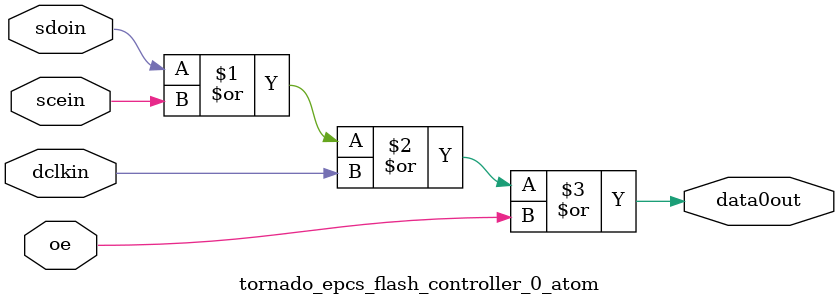
<source format=v>
module tornado_epcs_flash_controller_0_atom (
                                               dclkin,
                                               oe,
                                               scein,
                                               sdoin,
                                               data0out
                                            )
;
  output           data0out;
  input            dclkin;
  input            oe;
  input            scein;
  input            sdoin;
  wire             data0out;
  assign data0out = sdoin | scein | dclkin | oe;
endmodule
</source>
